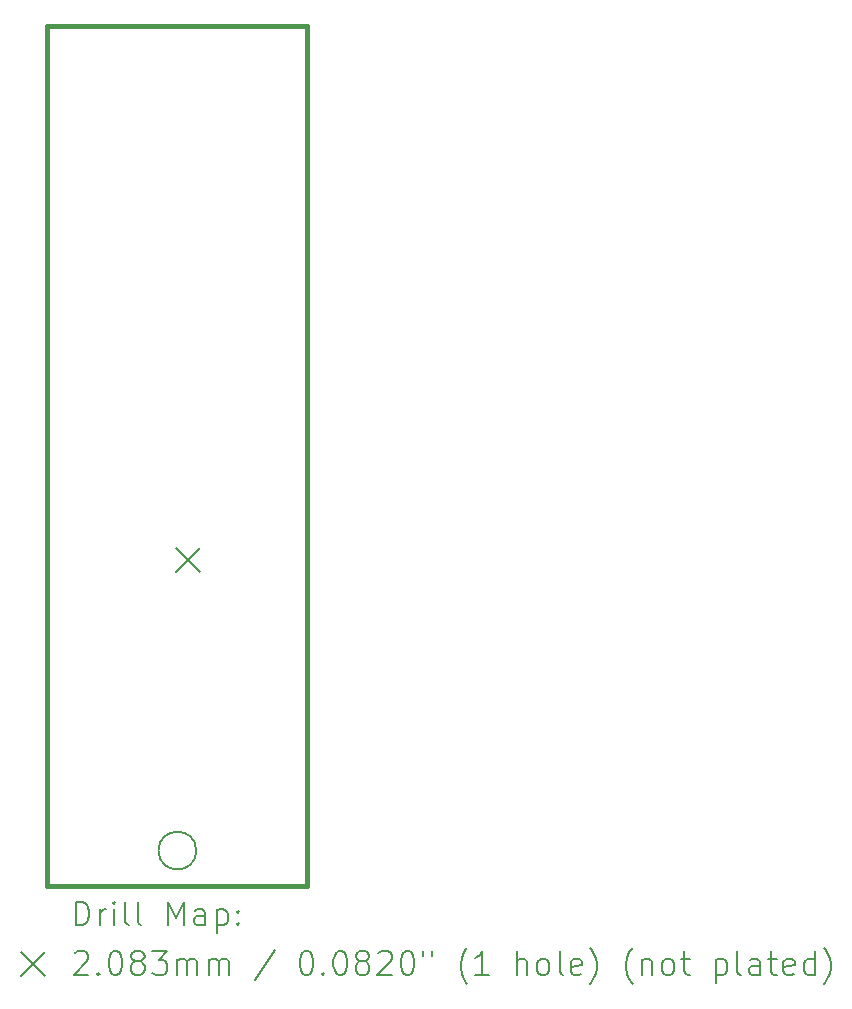
<source format=gbr>
%TF.GenerationSoftware,KiCad,Pcbnew,7.0.10*%
%TF.CreationDate,2024-06-11T00:53:52-07:00*%
%TF.ProjectId,FloatSID,466c6f61-7453-4494-942e-6b696361645f,rev?*%
%TF.SameCoordinates,Original*%
%TF.FileFunction,Drillmap*%
%TF.FilePolarity,Positive*%
%FSLAX45Y45*%
G04 Gerber Fmt 4.5, Leading zero omitted, Abs format (unit mm)*
G04 Created by KiCad (PCBNEW 7.0.10) date 2024-06-11 00:53:52*
%MOMM*%
%LPD*%
G01*
G04 APERTURE LIST*
%ADD10C,0.150000*%
%ADD11C,0.400000*%
%ADD12C,0.200000*%
%ADD13C,0.208280*%
G04 APERTURE END LIST*
D10*
X12720000Y-14290000D02*
G75*
G03*
X12400000Y-14290000I-160000J0D01*
G01*
X12400000Y-14290000D02*
G75*
G03*
X12720000Y-14290000I160000J0D01*
G01*
D11*
X11460000Y-7310000D02*
X13660000Y-7310000D01*
X13660000Y-14590000D01*
X11460000Y-14590000D01*
X11460000Y-7310000D01*
D12*
D13*
X12545860Y-11725860D02*
X12754140Y-11934140D01*
X12754140Y-11725860D02*
X12545860Y-11934140D01*
D12*
X11700777Y-14921484D02*
X11700777Y-14721484D01*
X11700777Y-14721484D02*
X11748396Y-14721484D01*
X11748396Y-14721484D02*
X11776967Y-14731008D01*
X11776967Y-14731008D02*
X11796015Y-14750055D01*
X11796015Y-14750055D02*
X11805539Y-14769103D01*
X11805539Y-14769103D02*
X11815062Y-14807198D01*
X11815062Y-14807198D02*
X11815062Y-14835769D01*
X11815062Y-14835769D02*
X11805539Y-14873865D01*
X11805539Y-14873865D02*
X11796015Y-14892912D01*
X11796015Y-14892912D02*
X11776967Y-14911960D01*
X11776967Y-14911960D02*
X11748396Y-14921484D01*
X11748396Y-14921484D02*
X11700777Y-14921484D01*
X11900777Y-14921484D02*
X11900777Y-14788150D01*
X11900777Y-14826246D02*
X11910301Y-14807198D01*
X11910301Y-14807198D02*
X11919824Y-14797674D01*
X11919824Y-14797674D02*
X11938872Y-14788150D01*
X11938872Y-14788150D02*
X11957920Y-14788150D01*
X12024586Y-14921484D02*
X12024586Y-14788150D01*
X12024586Y-14721484D02*
X12015062Y-14731008D01*
X12015062Y-14731008D02*
X12024586Y-14740531D01*
X12024586Y-14740531D02*
X12034110Y-14731008D01*
X12034110Y-14731008D02*
X12024586Y-14721484D01*
X12024586Y-14721484D02*
X12024586Y-14740531D01*
X12148396Y-14921484D02*
X12129348Y-14911960D01*
X12129348Y-14911960D02*
X12119824Y-14892912D01*
X12119824Y-14892912D02*
X12119824Y-14721484D01*
X12253158Y-14921484D02*
X12234110Y-14911960D01*
X12234110Y-14911960D02*
X12224586Y-14892912D01*
X12224586Y-14892912D02*
X12224586Y-14721484D01*
X12481729Y-14921484D02*
X12481729Y-14721484D01*
X12481729Y-14721484D02*
X12548396Y-14864341D01*
X12548396Y-14864341D02*
X12615062Y-14721484D01*
X12615062Y-14721484D02*
X12615062Y-14921484D01*
X12796015Y-14921484D02*
X12796015Y-14816722D01*
X12796015Y-14816722D02*
X12786491Y-14797674D01*
X12786491Y-14797674D02*
X12767443Y-14788150D01*
X12767443Y-14788150D02*
X12729348Y-14788150D01*
X12729348Y-14788150D02*
X12710301Y-14797674D01*
X12796015Y-14911960D02*
X12776967Y-14921484D01*
X12776967Y-14921484D02*
X12729348Y-14921484D01*
X12729348Y-14921484D02*
X12710301Y-14911960D01*
X12710301Y-14911960D02*
X12700777Y-14892912D01*
X12700777Y-14892912D02*
X12700777Y-14873865D01*
X12700777Y-14873865D02*
X12710301Y-14854817D01*
X12710301Y-14854817D02*
X12729348Y-14845293D01*
X12729348Y-14845293D02*
X12776967Y-14845293D01*
X12776967Y-14845293D02*
X12796015Y-14835769D01*
X12891253Y-14788150D02*
X12891253Y-14988150D01*
X12891253Y-14797674D02*
X12910301Y-14788150D01*
X12910301Y-14788150D02*
X12948396Y-14788150D01*
X12948396Y-14788150D02*
X12967443Y-14797674D01*
X12967443Y-14797674D02*
X12976967Y-14807198D01*
X12976967Y-14807198D02*
X12986491Y-14826246D01*
X12986491Y-14826246D02*
X12986491Y-14883388D01*
X12986491Y-14883388D02*
X12976967Y-14902436D01*
X12976967Y-14902436D02*
X12967443Y-14911960D01*
X12967443Y-14911960D02*
X12948396Y-14921484D01*
X12948396Y-14921484D02*
X12910301Y-14921484D01*
X12910301Y-14921484D02*
X12891253Y-14911960D01*
X13072205Y-14902436D02*
X13081729Y-14911960D01*
X13081729Y-14911960D02*
X13072205Y-14921484D01*
X13072205Y-14921484D02*
X13062682Y-14911960D01*
X13062682Y-14911960D02*
X13072205Y-14902436D01*
X13072205Y-14902436D02*
X13072205Y-14921484D01*
X13072205Y-14797674D02*
X13081729Y-14807198D01*
X13081729Y-14807198D02*
X13072205Y-14816722D01*
X13072205Y-14816722D02*
X13062682Y-14807198D01*
X13062682Y-14807198D02*
X13072205Y-14797674D01*
X13072205Y-14797674D02*
X13072205Y-14816722D01*
X11240000Y-15150000D02*
X11440000Y-15350000D01*
X11440000Y-15150000D02*
X11240000Y-15350000D01*
X11691253Y-15160531D02*
X11700777Y-15151008D01*
X11700777Y-15151008D02*
X11719824Y-15141484D01*
X11719824Y-15141484D02*
X11767443Y-15141484D01*
X11767443Y-15141484D02*
X11786491Y-15151008D01*
X11786491Y-15151008D02*
X11796015Y-15160531D01*
X11796015Y-15160531D02*
X11805539Y-15179579D01*
X11805539Y-15179579D02*
X11805539Y-15198627D01*
X11805539Y-15198627D02*
X11796015Y-15227198D01*
X11796015Y-15227198D02*
X11681729Y-15341484D01*
X11681729Y-15341484D02*
X11805539Y-15341484D01*
X11891253Y-15322436D02*
X11900777Y-15331960D01*
X11900777Y-15331960D02*
X11891253Y-15341484D01*
X11891253Y-15341484D02*
X11881729Y-15331960D01*
X11881729Y-15331960D02*
X11891253Y-15322436D01*
X11891253Y-15322436D02*
X11891253Y-15341484D01*
X12024586Y-15141484D02*
X12043634Y-15141484D01*
X12043634Y-15141484D02*
X12062682Y-15151008D01*
X12062682Y-15151008D02*
X12072205Y-15160531D01*
X12072205Y-15160531D02*
X12081729Y-15179579D01*
X12081729Y-15179579D02*
X12091253Y-15217674D01*
X12091253Y-15217674D02*
X12091253Y-15265293D01*
X12091253Y-15265293D02*
X12081729Y-15303388D01*
X12081729Y-15303388D02*
X12072205Y-15322436D01*
X12072205Y-15322436D02*
X12062682Y-15331960D01*
X12062682Y-15331960D02*
X12043634Y-15341484D01*
X12043634Y-15341484D02*
X12024586Y-15341484D01*
X12024586Y-15341484D02*
X12005539Y-15331960D01*
X12005539Y-15331960D02*
X11996015Y-15322436D01*
X11996015Y-15322436D02*
X11986491Y-15303388D01*
X11986491Y-15303388D02*
X11976967Y-15265293D01*
X11976967Y-15265293D02*
X11976967Y-15217674D01*
X11976967Y-15217674D02*
X11986491Y-15179579D01*
X11986491Y-15179579D02*
X11996015Y-15160531D01*
X11996015Y-15160531D02*
X12005539Y-15151008D01*
X12005539Y-15151008D02*
X12024586Y-15141484D01*
X12205539Y-15227198D02*
X12186491Y-15217674D01*
X12186491Y-15217674D02*
X12176967Y-15208150D01*
X12176967Y-15208150D02*
X12167443Y-15189103D01*
X12167443Y-15189103D02*
X12167443Y-15179579D01*
X12167443Y-15179579D02*
X12176967Y-15160531D01*
X12176967Y-15160531D02*
X12186491Y-15151008D01*
X12186491Y-15151008D02*
X12205539Y-15141484D01*
X12205539Y-15141484D02*
X12243634Y-15141484D01*
X12243634Y-15141484D02*
X12262682Y-15151008D01*
X12262682Y-15151008D02*
X12272205Y-15160531D01*
X12272205Y-15160531D02*
X12281729Y-15179579D01*
X12281729Y-15179579D02*
X12281729Y-15189103D01*
X12281729Y-15189103D02*
X12272205Y-15208150D01*
X12272205Y-15208150D02*
X12262682Y-15217674D01*
X12262682Y-15217674D02*
X12243634Y-15227198D01*
X12243634Y-15227198D02*
X12205539Y-15227198D01*
X12205539Y-15227198D02*
X12186491Y-15236722D01*
X12186491Y-15236722D02*
X12176967Y-15246246D01*
X12176967Y-15246246D02*
X12167443Y-15265293D01*
X12167443Y-15265293D02*
X12167443Y-15303388D01*
X12167443Y-15303388D02*
X12176967Y-15322436D01*
X12176967Y-15322436D02*
X12186491Y-15331960D01*
X12186491Y-15331960D02*
X12205539Y-15341484D01*
X12205539Y-15341484D02*
X12243634Y-15341484D01*
X12243634Y-15341484D02*
X12262682Y-15331960D01*
X12262682Y-15331960D02*
X12272205Y-15322436D01*
X12272205Y-15322436D02*
X12281729Y-15303388D01*
X12281729Y-15303388D02*
X12281729Y-15265293D01*
X12281729Y-15265293D02*
X12272205Y-15246246D01*
X12272205Y-15246246D02*
X12262682Y-15236722D01*
X12262682Y-15236722D02*
X12243634Y-15227198D01*
X12348396Y-15141484D02*
X12472205Y-15141484D01*
X12472205Y-15141484D02*
X12405539Y-15217674D01*
X12405539Y-15217674D02*
X12434110Y-15217674D01*
X12434110Y-15217674D02*
X12453158Y-15227198D01*
X12453158Y-15227198D02*
X12462682Y-15236722D01*
X12462682Y-15236722D02*
X12472205Y-15255769D01*
X12472205Y-15255769D02*
X12472205Y-15303388D01*
X12472205Y-15303388D02*
X12462682Y-15322436D01*
X12462682Y-15322436D02*
X12453158Y-15331960D01*
X12453158Y-15331960D02*
X12434110Y-15341484D01*
X12434110Y-15341484D02*
X12376967Y-15341484D01*
X12376967Y-15341484D02*
X12357920Y-15331960D01*
X12357920Y-15331960D02*
X12348396Y-15322436D01*
X12557920Y-15341484D02*
X12557920Y-15208150D01*
X12557920Y-15227198D02*
X12567443Y-15217674D01*
X12567443Y-15217674D02*
X12586491Y-15208150D01*
X12586491Y-15208150D02*
X12615063Y-15208150D01*
X12615063Y-15208150D02*
X12634110Y-15217674D01*
X12634110Y-15217674D02*
X12643634Y-15236722D01*
X12643634Y-15236722D02*
X12643634Y-15341484D01*
X12643634Y-15236722D02*
X12653158Y-15217674D01*
X12653158Y-15217674D02*
X12672205Y-15208150D01*
X12672205Y-15208150D02*
X12700777Y-15208150D01*
X12700777Y-15208150D02*
X12719824Y-15217674D01*
X12719824Y-15217674D02*
X12729348Y-15236722D01*
X12729348Y-15236722D02*
X12729348Y-15341484D01*
X12824586Y-15341484D02*
X12824586Y-15208150D01*
X12824586Y-15227198D02*
X12834110Y-15217674D01*
X12834110Y-15217674D02*
X12853158Y-15208150D01*
X12853158Y-15208150D02*
X12881729Y-15208150D01*
X12881729Y-15208150D02*
X12900777Y-15217674D01*
X12900777Y-15217674D02*
X12910301Y-15236722D01*
X12910301Y-15236722D02*
X12910301Y-15341484D01*
X12910301Y-15236722D02*
X12919824Y-15217674D01*
X12919824Y-15217674D02*
X12938872Y-15208150D01*
X12938872Y-15208150D02*
X12967443Y-15208150D01*
X12967443Y-15208150D02*
X12986491Y-15217674D01*
X12986491Y-15217674D02*
X12996015Y-15236722D01*
X12996015Y-15236722D02*
X12996015Y-15341484D01*
X13386491Y-15131960D02*
X13215063Y-15389103D01*
X13643634Y-15141484D02*
X13662682Y-15141484D01*
X13662682Y-15141484D02*
X13681729Y-15151008D01*
X13681729Y-15151008D02*
X13691253Y-15160531D01*
X13691253Y-15160531D02*
X13700777Y-15179579D01*
X13700777Y-15179579D02*
X13710301Y-15217674D01*
X13710301Y-15217674D02*
X13710301Y-15265293D01*
X13710301Y-15265293D02*
X13700777Y-15303388D01*
X13700777Y-15303388D02*
X13691253Y-15322436D01*
X13691253Y-15322436D02*
X13681729Y-15331960D01*
X13681729Y-15331960D02*
X13662682Y-15341484D01*
X13662682Y-15341484D02*
X13643634Y-15341484D01*
X13643634Y-15341484D02*
X13624586Y-15331960D01*
X13624586Y-15331960D02*
X13615063Y-15322436D01*
X13615063Y-15322436D02*
X13605539Y-15303388D01*
X13605539Y-15303388D02*
X13596015Y-15265293D01*
X13596015Y-15265293D02*
X13596015Y-15217674D01*
X13596015Y-15217674D02*
X13605539Y-15179579D01*
X13605539Y-15179579D02*
X13615063Y-15160531D01*
X13615063Y-15160531D02*
X13624586Y-15151008D01*
X13624586Y-15151008D02*
X13643634Y-15141484D01*
X13796015Y-15322436D02*
X13805539Y-15331960D01*
X13805539Y-15331960D02*
X13796015Y-15341484D01*
X13796015Y-15341484D02*
X13786491Y-15331960D01*
X13786491Y-15331960D02*
X13796015Y-15322436D01*
X13796015Y-15322436D02*
X13796015Y-15341484D01*
X13929348Y-15141484D02*
X13948396Y-15141484D01*
X13948396Y-15141484D02*
X13967444Y-15151008D01*
X13967444Y-15151008D02*
X13976967Y-15160531D01*
X13976967Y-15160531D02*
X13986491Y-15179579D01*
X13986491Y-15179579D02*
X13996015Y-15217674D01*
X13996015Y-15217674D02*
X13996015Y-15265293D01*
X13996015Y-15265293D02*
X13986491Y-15303388D01*
X13986491Y-15303388D02*
X13976967Y-15322436D01*
X13976967Y-15322436D02*
X13967444Y-15331960D01*
X13967444Y-15331960D02*
X13948396Y-15341484D01*
X13948396Y-15341484D02*
X13929348Y-15341484D01*
X13929348Y-15341484D02*
X13910301Y-15331960D01*
X13910301Y-15331960D02*
X13900777Y-15322436D01*
X13900777Y-15322436D02*
X13891253Y-15303388D01*
X13891253Y-15303388D02*
X13881729Y-15265293D01*
X13881729Y-15265293D02*
X13881729Y-15217674D01*
X13881729Y-15217674D02*
X13891253Y-15179579D01*
X13891253Y-15179579D02*
X13900777Y-15160531D01*
X13900777Y-15160531D02*
X13910301Y-15151008D01*
X13910301Y-15151008D02*
X13929348Y-15141484D01*
X14110301Y-15227198D02*
X14091253Y-15217674D01*
X14091253Y-15217674D02*
X14081729Y-15208150D01*
X14081729Y-15208150D02*
X14072206Y-15189103D01*
X14072206Y-15189103D02*
X14072206Y-15179579D01*
X14072206Y-15179579D02*
X14081729Y-15160531D01*
X14081729Y-15160531D02*
X14091253Y-15151008D01*
X14091253Y-15151008D02*
X14110301Y-15141484D01*
X14110301Y-15141484D02*
X14148396Y-15141484D01*
X14148396Y-15141484D02*
X14167444Y-15151008D01*
X14167444Y-15151008D02*
X14176967Y-15160531D01*
X14176967Y-15160531D02*
X14186491Y-15179579D01*
X14186491Y-15179579D02*
X14186491Y-15189103D01*
X14186491Y-15189103D02*
X14176967Y-15208150D01*
X14176967Y-15208150D02*
X14167444Y-15217674D01*
X14167444Y-15217674D02*
X14148396Y-15227198D01*
X14148396Y-15227198D02*
X14110301Y-15227198D01*
X14110301Y-15227198D02*
X14091253Y-15236722D01*
X14091253Y-15236722D02*
X14081729Y-15246246D01*
X14081729Y-15246246D02*
X14072206Y-15265293D01*
X14072206Y-15265293D02*
X14072206Y-15303388D01*
X14072206Y-15303388D02*
X14081729Y-15322436D01*
X14081729Y-15322436D02*
X14091253Y-15331960D01*
X14091253Y-15331960D02*
X14110301Y-15341484D01*
X14110301Y-15341484D02*
X14148396Y-15341484D01*
X14148396Y-15341484D02*
X14167444Y-15331960D01*
X14167444Y-15331960D02*
X14176967Y-15322436D01*
X14176967Y-15322436D02*
X14186491Y-15303388D01*
X14186491Y-15303388D02*
X14186491Y-15265293D01*
X14186491Y-15265293D02*
X14176967Y-15246246D01*
X14176967Y-15246246D02*
X14167444Y-15236722D01*
X14167444Y-15236722D02*
X14148396Y-15227198D01*
X14262682Y-15160531D02*
X14272206Y-15151008D01*
X14272206Y-15151008D02*
X14291253Y-15141484D01*
X14291253Y-15141484D02*
X14338872Y-15141484D01*
X14338872Y-15141484D02*
X14357920Y-15151008D01*
X14357920Y-15151008D02*
X14367444Y-15160531D01*
X14367444Y-15160531D02*
X14376967Y-15179579D01*
X14376967Y-15179579D02*
X14376967Y-15198627D01*
X14376967Y-15198627D02*
X14367444Y-15227198D01*
X14367444Y-15227198D02*
X14253158Y-15341484D01*
X14253158Y-15341484D02*
X14376967Y-15341484D01*
X14500777Y-15141484D02*
X14519825Y-15141484D01*
X14519825Y-15141484D02*
X14538872Y-15151008D01*
X14538872Y-15151008D02*
X14548396Y-15160531D01*
X14548396Y-15160531D02*
X14557920Y-15179579D01*
X14557920Y-15179579D02*
X14567444Y-15217674D01*
X14567444Y-15217674D02*
X14567444Y-15265293D01*
X14567444Y-15265293D02*
X14557920Y-15303388D01*
X14557920Y-15303388D02*
X14548396Y-15322436D01*
X14548396Y-15322436D02*
X14538872Y-15331960D01*
X14538872Y-15331960D02*
X14519825Y-15341484D01*
X14519825Y-15341484D02*
X14500777Y-15341484D01*
X14500777Y-15341484D02*
X14481729Y-15331960D01*
X14481729Y-15331960D02*
X14472206Y-15322436D01*
X14472206Y-15322436D02*
X14462682Y-15303388D01*
X14462682Y-15303388D02*
X14453158Y-15265293D01*
X14453158Y-15265293D02*
X14453158Y-15217674D01*
X14453158Y-15217674D02*
X14462682Y-15179579D01*
X14462682Y-15179579D02*
X14472206Y-15160531D01*
X14472206Y-15160531D02*
X14481729Y-15151008D01*
X14481729Y-15151008D02*
X14500777Y-15141484D01*
X14643634Y-15141484D02*
X14643634Y-15179579D01*
X14719825Y-15141484D02*
X14719825Y-15179579D01*
X15015063Y-15417674D02*
X15005539Y-15408150D01*
X15005539Y-15408150D02*
X14986491Y-15379579D01*
X14986491Y-15379579D02*
X14976968Y-15360531D01*
X14976968Y-15360531D02*
X14967444Y-15331960D01*
X14967444Y-15331960D02*
X14957920Y-15284341D01*
X14957920Y-15284341D02*
X14957920Y-15246246D01*
X14957920Y-15246246D02*
X14967444Y-15198627D01*
X14967444Y-15198627D02*
X14976968Y-15170055D01*
X14976968Y-15170055D02*
X14986491Y-15151008D01*
X14986491Y-15151008D02*
X15005539Y-15122436D01*
X15005539Y-15122436D02*
X15015063Y-15112912D01*
X15196015Y-15341484D02*
X15081729Y-15341484D01*
X15138872Y-15341484D02*
X15138872Y-15141484D01*
X15138872Y-15141484D02*
X15119825Y-15170055D01*
X15119825Y-15170055D02*
X15100777Y-15189103D01*
X15100777Y-15189103D02*
X15081729Y-15198627D01*
X15434110Y-15341484D02*
X15434110Y-15141484D01*
X15519825Y-15341484D02*
X15519825Y-15236722D01*
X15519825Y-15236722D02*
X15510301Y-15217674D01*
X15510301Y-15217674D02*
X15491253Y-15208150D01*
X15491253Y-15208150D02*
X15462682Y-15208150D01*
X15462682Y-15208150D02*
X15443634Y-15217674D01*
X15443634Y-15217674D02*
X15434110Y-15227198D01*
X15643634Y-15341484D02*
X15624587Y-15331960D01*
X15624587Y-15331960D02*
X15615063Y-15322436D01*
X15615063Y-15322436D02*
X15605539Y-15303388D01*
X15605539Y-15303388D02*
X15605539Y-15246246D01*
X15605539Y-15246246D02*
X15615063Y-15227198D01*
X15615063Y-15227198D02*
X15624587Y-15217674D01*
X15624587Y-15217674D02*
X15643634Y-15208150D01*
X15643634Y-15208150D02*
X15672206Y-15208150D01*
X15672206Y-15208150D02*
X15691253Y-15217674D01*
X15691253Y-15217674D02*
X15700777Y-15227198D01*
X15700777Y-15227198D02*
X15710301Y-15246246D01*
X15710301Y-15246246D02*
X15710301Y-15303388D01*
X15710301Y-15303388D02*
X15700777Y-15322436D01*
X15700777Y-15322436D02*
X15691253Y-15331960D01*
X15691253Y-15331960D02*
X15672206Y-15341484D01*
X15672206Y-15341484D02*
X15643634Y-15341484D01*
X15824587Y-15341484D02*
X15805539Y-15331960D01*
X15805539Y-15331960D02*
X15796015Y-15312912D01*
X15796015Y-15312912D02*
X15796015Y-15141484D01*
X15976968Y-15331960D02*
X15957920Y-15341484D01*
X15957920Y-15341484D02*
X15919825Y-15341484D01*
X15919825Y-15341484D02*
X15900777Y-15331960D01*
X15900777Y-15331960D02*
X15891253Y-15312912D01*
X15891253Y-15312912D02*
X15891253Y-15236722D01*
X15891253Y-15236722D02*
X15900777Y-15217674D01*
X15900777Y-15217674D02*
X15919825Y-15208150D01*
X15919825Y-15208150D02*
X15957920Y-15208150D01*
X15957920Y-15208150D02*
X15976968Y-15217674D01*
X15976968Y-15217674D02*
X15986491Y-15236722D01*
X15986491Y-15236722D02*
X15986491Y-15255769D01*
X15986491Y-15255769D02*
X15891253Y-15274817D01*
X16053158Y-15417674D02*
X16062682Y-15408150D01*
X16062682Y-15408150D02*
X16081730Y-15379579D01*
X16081730Y-15379579D02*
X16091253Y-15360531D01*
X16091253Y-15360531D02*
X16100777Y-15331960D01*
X16100777Y-15331960D02*
X16110301Y-15284341D01*
X16110301Y-15284341D02*
X16110301Y-15246246D01*
X16110301Y-15246246D02*
X16100777Y-15198627D01*
X16100777Y-15198627D02*
X16091253Y-15170055D01*
X16091253Y-15170055D02*
X16081730Y-15151008D01*
X16081730Y-15151008D02*
X16062682Y-15122436D01*
X16062682Y-15122436D02*
X16053158Y-15112912D01*
X16415063Y-15417674D02*
X16405539Y-15408150D01*
X16405539Y-15408150D02*
X16386491Y-15379579D01*
X16386491Y-15379579D02*
X16376968Y-15360531D01*
X16376968Y-15360531D02*
X16367444Y-15331960D01*
X16367444Y-15331960D02*
X16357920Y-15284341D01*
X16357920Y-15284341D02*
X16357920Y-15246246D01*
X16357920Y-15246246D02*
X16367444Y-15198627D01*
X16367444Y-15198627D02*
X16376968Y-15170055D01*
X16376968Y-15170055D02*
X16386491Y-15151008D01*
X16386491Y-15151008D02*
X16405539Y-15122436D01*
X16405539Y-15122436D02*
X16415063Y-15112912D01*
X16491253Y-15208150D02*
X16491253Y-15341484D01*
X16491253Y-15227198D02*
X16500777Y-15217674D01*
X16500777Y-15217674D02*
X16519825Y-15208150D01*
X16519825Y-15208150D02*
X16548396Y-15208150D01*
X16548396Y-15208150D02*
X16567444Y-15217674D01*
X16567444Y-15217674D02*
X16576968Y-15236722D01*
X16576968Y-15236722D02*
X16576968Y-15341484D01*
X16700777Y-15341484D02*
X16681730Y-15331960D01*
X16681730Y-15331960D02*
X16672206Y-15322436D01*
X16672206Y-15322436D02*
X16662682Y-15303388D01*
X16662682Y-15303388D02*
X16662682Y-15246246D01*
X16662682Y-15246246D02*
X16672206Y-15227198D01*
X16672206Y-15227198D02*
X16681730Y-15217674D01*
X16681730Y-15217674D02*
X16700777Y-15208150D01*
X16700777Y-15208150D02*
X16729349Y-15208150D01*
X16729349Y-15208150D02*
X16748396Y-15217674D01*
X16748396Y-15217674D02*
X16757920Y-15227198D01*
X16757920Y-15227198D02*
X16767444Y-15246246D01*
X16767444Y-15246246D02*
X16767444Y-15303388D01*
X16767444Y-15303388D02*
X16757920Y-15322436D01*
X16757920Y-15322436D02*
X16748396Y-15331960D01*
X16748396Y-15331960D02*
X16729349Y-15341484D01*
X16729349Y-15341484D02*
X16700777Y-15341484D01*
X16824587Y-15208150D02*
X16900777Y-15208150D01*
X16853158Y-15141484D02*
X16853158Y-15312912D01*
X16853158Y-15312912D02*
X16862682Y-15331960D01*
X16862682Y-15331960D02*
X16881730Y-15341484D01*
X16881730Y-15341484D02*
X16900777Y-15341484D01*
X17119825Y-15208150D02*
X17119825Y-15408150D01*
X17119825Y-15217674D02*
X17138873Y-15208150D01*
X17138873Y-15208150D02*
X17176968Y-15208150D01*
X17176968Y-15208150D02*
X17196015Y-15217674D01*
X17196015Y-15217674D02*
X17205539Y-15227198D01*
X17205539Y-15227198D02*
X17215063Y-15246246D01*
X17215063Y-15246246D02*
X17215063Y-15303388D01*
X17215063Y-15303388D02*
X17205539Y-15322436D01*
X17205539Y-15322436D02*
X17196015Y-15331960D01*
X17196015Y-15331960D02*
X17176968Y-15341484D01*
X17176968Y-15341484D02*
X17138873Y-15341484D01*
X17138873Y-15341484D02*
X17119825Y-15331960D01*
X17329349Y-15341484D02*
X17310301Y-15331960D01*
X17310301Y-15331960D02*
X17300777Y-15312912D01*
X17300777Y-15312912D02*
X17300777Y-15141484D01*
X17491254Y-15341484D02*
X17491254Y-15236722D01*
X17491254Y-15236722D02*
X17481730Y-15217674D01*
X17481730Y-15217674D02*
X17462682Y-15208150D01*
X17462682Y-15208150D02*
X17424587Y-15208150D01*
X17424587Y-15208150D02*
X17405539Y-15217674D01*
X17491254Y-15331960D02*
X17472206Y-15341484D01*
X17472206Y-15341484D02*
X17424587Y-15341484D01*
X17424587Y-15341484D02*
X17405539Y-15331960D01*
X17405539Y-15331960D02*
X17396015Y-15312912D01*
X17396015Y-15312912D02*
X17396015Y-15293865D01*
X17396015Y-15293865D02*
X17405539Y-15274817D01*
X17405539Y-15274817D02*
X17424587Y-15265293D01*
X17424587Y-15265293D02*
X17472206Y-15265293D01*
X17472206Y-15265293D02*
X17491254Y-15255769D01*
X17557920Y-15208150D02*
X17634111Y-15208150D01*
X17586492Y-15141484D02*
X17586492Y-15312912D01*
X17586492Y-15312912D02*
X17596015Y-15331960D01*
X17596015Y-15331960D02*
X17615063Y-15341484D01*
X17615063Y-15341484D02*
X17634111Y-15341484D01*
X17776968Y-15331960D02*
X17757920Y-15341484D01*
X17757920Y-15341484D02*
X17719825Y-15341484D01*
X17719825Y-15341484D02*
X17700777Y-15331960D01*
X17700777Y-15331960D02*
X17691254Y-15312912D01*
X17691254Y-15312912D02*
X17691254Y-15236722D01*
X17691254Y-15236722D02*
X17700777Y-15217674D01*
X17700777Y-15217674D02*
X17719825Y-15208150D01*
X17719825Y-15208150D02*
X17757920Y-15208150D01*
X17757920Y-15208150D02*
X17776968Y-15217674D01*
X17776968Y-15217674D02*
X17786492Y-15236722D01*
X17786492Y-15236722D02*
X17786492Y-15255769D01*
X17786492Y-15255769D02*
X17691254Y-15274817D01*
X17957920Y-15341484D02*
X17957920Y-15141484D01*
X17957920Y-15331960D02*
X17938873Y-15341484D01*
X17938873Y-15341484D02*
X17900777Y-15341484D01*
X17900777Y-15341484D02*
X17881730Y-15331960D01*
X17881730Y-15331960D02*
X17872206Y-15322436D01*
X17872206Y-15322436D02*
X17862682Y-15303388D01*
X17862682Y-15303388D02*
X17862682Y-15246246D01*
X17862682Y-15246246D02*
X17872206Y-15227198D01*
X17872206Y-15227198D02*
X17881730Y-15217674D01*
X17881730Y-15217674D02*
X17900777Y-15208150D01*
X17900777Y-15208150D02*
X17938873Y-15208150D01*
X17938873Y-15208150D02*
X17957920Y-15217674D01*
X18034111Y-15417674D02*
X18043635Y-15408150D01*
X18043635Y-15408150D02*
X18062682Y-15379579D01*
X18062682Y-15379579D02*
X18072206Y-15360531D01*
X18072206Y-15360531D02*
X18081730Y-15331960D01*
X18081730Y-15331960D02*
X18091254Y-15284341D01*
X18091254Y-15284341D02*
X18091254Y-15246246D01*
X18091254Y-15246246D02*
X18081730Y-15198627D01*
X18081730Y-15198627D02*
X18072206Y-15170055D01*
X18072206Y-15170055D02*
X18062682Y-15151008D01*
X18062682Y-15151008D02*
X18043635Y-15122436D01*
X18043635Y-15122436D02*
X18034111Y-15112912D01*
M02*

</source>
